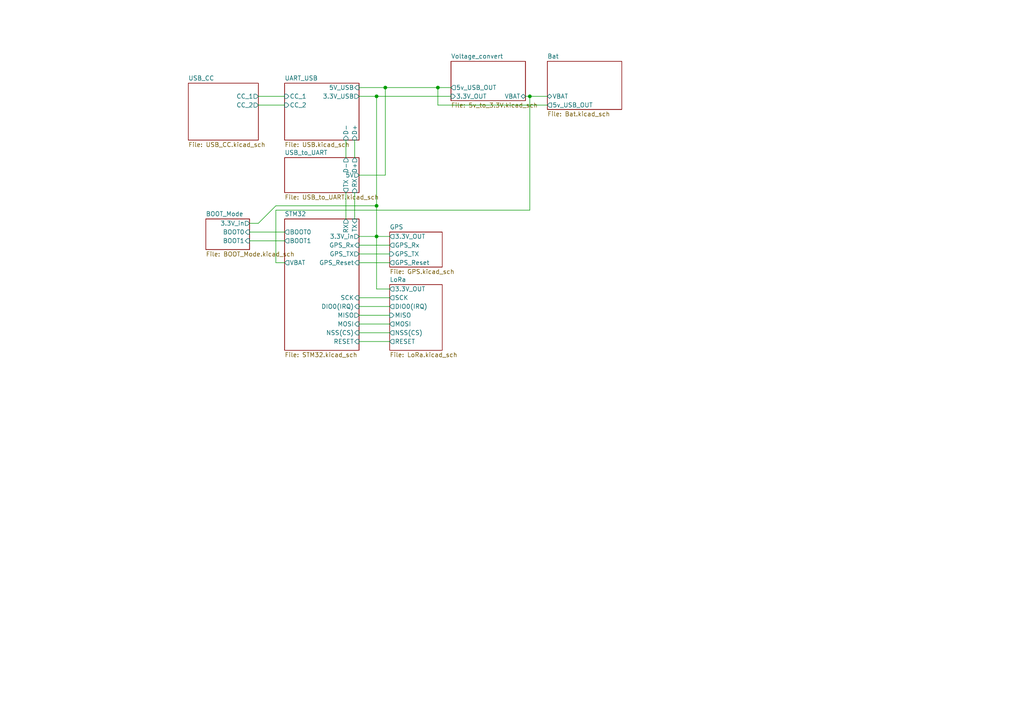
<source format=kicad_sch>
(kicad_sch
	(version 20250114)
	(generator "eeschema")
	(generator_version "9.0")
	(uuid "d400af6c-f61d-4f8b-872f-1b152a1320ea")
	(paper "A4")
	(lib_symbols)
	(junction
		(at 127 25.4)
		(diameter 0)
		(color 0 0 0 0)
		(uuid "2be84249-6782-4cdf-be80-17a0188ea40a")
	)
	(junction
		(at 109.22 27.94)
		(diameter 0)
		(color 0 0 0 0)
		(uuid "a45ddbd9-3d32-49dd-a5c8-715df46b6829")
	)
	(junction
		(at 111.76 25.4)
		(diameter 0)
		(color 0 0 0 0)
		(uuid "a961ce8e-42b3-4ee8-b025-278d4844d368")
	)
	(junction
		(at 153.67 27.94)
		(diameter 0)
		(color 0 0 0 0)
		(uuid "b158818d-c6ae-4811-b978-4e004c60c46f")
	)
	(junction
		(at 109.22 68.58)
		(diameter 0)
		(color 0 0 0 0)
		(uuid "b62cb68e-45e9-4e71-b0f3-9c4729614510")
	)
	(junction
		(at 109.22 59.69)
		(diameter 0)
		(color 0 0 0 0)
		(uuid "c8bda5c8-7c6f-4c71-b46d-bffb7b69465e")
	)
	(wire
		(pts
			(xy 104.14 73.66) (xy 113.03 73.66)
		)
		(stroke
			(width 0)
			(type default)
		)
		(uuid "01b49f48-912f-440b-b646-a44fbd14943a")
	)
	(wire
		(pts
			(xy 104.14 76.2) (xy 113.03 76.2)
		)
		(stroke
			(width 0)
			(type default)
		)
		(uuid "07117e30-1586-41bb-bbff-5b7a48f63efc")
	)
	(wire
		(pts
			(xy 127 25.4) (xy 127 30.48)
		)
		(stroke
			(width 0)
			(type default)
		)
		(uuid "094188ac-f19c-463c-b1a1-e85b820920d3")
	)
	(wire
		(pts
			(xy 109.22 83.82) (xy 113.03 83.82)
		)
		(stroke
			(width 0)
			(type default)
		)
		(uuid "203381f4-9cb5-43a8-abdc-9cbb29b47531")
	)
	(wire
		(pts
			(xy 72.39 64.77) (xy 74.93 64.77)
		)
		(stroke
			(width 0)
			(type default)
		)
		(uuid "3e94f0eb-324d-46eb-8cfb-3b0369bd0d2f")
	)
	(wire
		(pts
			(xy 111.76 25.4) (xy 127 25.4)
		)
		(stroke
			(width 0)
			(type default)
		)
		(uuid "41579f7d-b122-402d-a724-38811771d20b")
	)
	(wire
		(pts
			(xy 127 25.4) (xy 130.81 25.4)
		)
		(stroke
			(width 0)
			(type default)
		)
		(uuid "41ab6f60-ae45-4964-8e28-6c2b64f9209a")
	)
	(wire
		(pts
			(xy 80.01 60.96) (xy 80.01 76.2)
		)
		(stroke
			(width 0)
			(type default)
		)
		(uuid "42870402-b355-4c30-951c-f8da69d0a5f5")
	)
	(wire
		(pts
			(xy 153.67 27.94) (xy 158.75 27.94)
		)
		(stroke
			(width 0)
			(type default)
		)
		(uuid "43b4431a-da7e-468b-b2a4-c5794698e520")
	)
	(wire
		(pts
			(xy 72.39 69.85) (xy 82.55 69.85)
		)
		(stroke
			(width 0)
			(type default)
		)
		(uuid "4e2fe936-8bbb-45f5-aec5-033d89409edf")
	)
	(wire
		(pts
			(xy 104.14 50.8) (xy 111.76 50.8)
		)
		(stroke
			(width 0)
			(type default)
		)
		(uuid "56b5b915-6f76-4874-98e9-cb729a0e303f")
	)
	(wire
		(pts
			(xy 74.93 27.94) (xy 82.55 27.94)
		)
		(stroke
			(width 0)
			(type default)
		)
		(uuid "59906643-f195-4454-adce-9f5a647464ef")
	)
	(wire
		(pts
			(xy 72.39 67.31) (xy 82.55 67.31)
		)
		(stroke
			(width 0)
			(type default)
		)
		(uuid "612ea440-ba38-4747-ac6a-041f36806f54")
	)
	(wire
		(pts
			(xy 100.33 55.88) (xy 100.33 63.5)
		)
		(stroke
			(width 0)
			(type default)
		)
		(uuid "68d94706-9cd8-4d87-a0fd-1f292d02fadf")
	)
	(wire
		(pts
			(xy 104.14 68.58) (xy 109.22 68.58)
		)
		(stroke
			(width 0)
			(type default)
		)
		(uuid "6d53442f-490b-4e7d-8417-b1a0e45d9c0c")
	)
	(wire
		(pts
			(xy 153.67 27.94) (xy 153.67 60.96)
		)
		(stroke
			(width 0)
			(type default)
		)
		(uuid "705364a5-79e4-4004-a30b-3dc5972c934d")
	)
	(wire
		(pts
			(xy 127 30.48) (xy 158.75 30.48)
		)
		(stroke
			(width 0)
			(type default)
		)
		(uuid "7061cb40-f750-47bd-b705-4d2ca60e196d")
	)
	(wire
		(pts
			(xy 109.22 68.58) (xy 109.22 83.82)
		)
		(stroke
			(width 0)
			(type default)
		)
		(uuid "7935cf09-25df-459a-bb43-2aa3a9016bba")
	)
	(wire
		(pts
			(xy 104.14 96.52) (xy 113.03 96.52)
		)
		(stroke
			(width 0)
			(type default)
		)
		(uuid "79580ff3-947c-4de4-838e-b8898f016c30")
	)
	(wire
		(pts
			(xy 104.14 88.9) (xy 113.03 88.9)
		)
		(stroke
			(width 0)
			(type default)
		)
		(uuid "7d5c256a-e3f2-493b-9675-815cc74e0bdb")
	)
	(wire
		(pts
			(xy 104.14 91.44) (xy 113.03 91.44)
		)
		(stroke
			(width 0)
			(type default)
		)
		(uuid "8894eacf-16b1-4b5e-8274-0dd47c813bb8")
	)
	(wire
		(pts
			(xy 102.87 40.64) (xy 102.87 45.72)
		)
		(stroke
			(width 0)
			(type default)
		)
		(uuid "8f3a9834-a13b-42d4-872a-e4a594e0bf1a")
	)
	(wire
		(pts
			(xy 80.01 60.96) (xy 153.67 60.96)
		)
		(stroke
			(width 0)
			(type default)
		)
		(uuid "90077ba9-39df-4370-9877-07f7da23c826")
	)
	(wire
		(pts
			(xy 104.14 86.36) (xy 113.03 86.36)
		)
		(stroke
			(width 0)
			(type default)
		)
		(uuid "9294d5ed-ed67-4099-a7d8-bdf99afbc3b1")
	)
	(wire
		(pts
			(xy 74.93 30.48) (xy 82.55 30.48)
		)
		(stroke
			(width 0)
			(type default)
		)
		(uuid "9a446fb6-9268-4665-a99f-1f484c4fc4d5")
	)
	(wire
		(pts
			(xy 74.93 64.77) (xy 80.01 59.69)
		)
		(stroke
			(width 0)
			(type default)
		)
		(uuid "9dab3fa0-4fba-426e-b63c-c687c946186f")
	)
	(wire
		(pts
			(xy 111.76 25.4) (xy 111.76 50.8)
		)
		(stroke
			(width 0)
			(type default)
		)
		(uuid "acf67662-fa81-4451-9924-9e467cd84554")
	)
	(wire
		(pts
			(xy 104.14 99.06) (xy 113.03 99.06)
		)
		(stroke
			(width 0)
			(type default)
		)
		(uuid "b01d0fbf-e14b-4a8b-b3c5-bbd0b9ea9215")
	)
	(wire
		(pts
			(xy 109.22 27.94) (xy 130.81 27.94)
		)
		(stroke
			(width 0)
			(type default)
		)
		(uuid "b0c6fa9d-51f5-4405-a2f2-2d8371d1e043")
	)
	(wire
		(pts
			(xy 104.14 93.98) (xy 113.03 93.98)
		)
		(stroke
			(width 0)
			(type default)
		)
		(uuid "b0ef516c-e54c-47bf-beac-6dab3d35d644")
	)
	(wire
		(pts
			(xy 109.22 68.58) (xy 113.03 68.58)
		)
		(stroke
			(width 0)
			(type default)
		)
		(uuid "b1130aed-545c-4abf-bee1-175c7e93a0bb")
	)
	(wire
		(pts
			(xy 80.01 76.2) (xy 82.55 76.2)
		)
		(stroke
			(width 0)
			(type default)
		)
		(uuid "bb671224-8648-42a3-a5e8-9a3a81b0b4ef")
	)
	(wire
		(pts
			(xy 80.01 59.69) (xy 109.22 59.69)
		)
		(stroke
			(width 0)
			(type default)
		)
		(uuid "cbeadee4-7dfc-4d50-83b5-048331cab992")
	)
	(wire
		(pts
			(xy 109.22 27.94) (xy 109.22 59.69)
		)
		(stroke
			(width 0)
			(type default)
		)
		(uuid "cea9a58a-c72c-4d7e-9cbe-12dfc2823f03")
	)
	(wire
		(pts
			(xy 109.22 59.69) (xy 109.22 68.58)
		)
		(stroke
			(width 0)
			(type default)
		)
		(uuid "d0a30073-a748-49ef-8b5c-9dcb64dacde8")
	)
	(wire
		(pts
			(xy 104.14 27.94) (xy 109.22 27.94)
		)
		(stroke
			(width 0)
			(type default)
		)
		(uuid "d8fd0529-e8e3-4e5d-bc59-9a70848e3952")
	)
	(wire
		(pts
			(xy 102.87 55.88) (xy 102.87 63.5)
		)
		(stroke
			(width 0)
			(type default)
		)
		(uuid "dc757b3d-50ae-4cfb-8d4d-89a35aca6cd6")
	)
	(wire
		(pts
			(xy 104.14 71.12) (xy 113.03 71.12)
		)
		(stroke
			(width 0)
			(type default)
		)
		(uuid "deff476c-d9dc-4bf5-bf23-bd713d98ba82")
	)
	(wire
		(pts
			(xy 100.33 40.64) (xy 100.33 45.72)
		)
		(stroke
			(width 0)
			(type default)
		)
		(uuid "e525635f-1cec-4f18-b2f9-1199e3de8e35")
	)
	(wire
		(pts
			(xy 104.14 25.4) (xy 111.76 25.4)
		)
		(stroke
			(width 0)
			(type default)
		)
		(uuid "f3f9f194-9f7d-4734-9488-a08d56f53e73")
	)
	(wire
		(pts
			(xy 152.4 27.94) (xy 153.67 27.94)
		)
		(stroke
			(width 0)
			(type default)
		)
		(uuid "fe234dba-aedc-48ad-b053-2be9dbc94598")
	)
	(sheet
		(at 82.55 63.5)
		(size 21.59 38.1)
		(exclude_from_sim no)
		(in_bom yes)
		(on_board yes)
		(dnp no)
		(fields_autoplaced yes)
		(stroke
			(width 0.1524)
			(type solid)
		)
		(fill
			(color 0 0 0 0.0000)
		)
		(uuid "0ae67f6e-4f17-4cbc-bbf5-63c02f98d1d0")
		(property "Sheetname" "STM32"
			(at 82.55 62.7884 0)
			(effects
				(font
					(size 1.27 1.27)
				)
				(justify left bottom)
			)
		)
		(property "Sheetfile" "STM32.kicad_sch"
			(at 82.55 102.1846 0)
			(effects
				(font
					(size 1.27 1.27)
				)
				(justify left top)
			)
		)
		(pin "RX" output
			(at 100.33 63.5 90)
			(uuid "4f873606-8429-4e24-8f7d-b34f4c5d2b86")
			(effects
				(font
					(size 1.27 1.27)
				)
				(justify right)
			)
		)
		(pin "TX" input
			(at 102.87 63.5 90)
			(uuid "775f93dd-39a6-4fe7-9480-cb0a922b5d0d")
			(effects
				(font
					(size 1.27 1.27)
				)
				(justify right)
			)
		)
		(pin "3.3V_in" output
			(at 104.14 68.58 0)
			(uuid "c6977434-fd02-49d2-96ac-96022f959611")
			(effects
				(font
					(size 1.27 1.27)
				)
				(justify right)
			)
		)
		(pin "BOOT1" output
			(at 82.55 69.85 180)
			(uuid "bbd66c1a-bf3f-42c8-a6be-48de07394779")
			(effects
				(font
					(size 1.27 1.27)
				)
				(justify left)
			)
		)
		(pin "BOOT0" output
			(at 82.55 67.31 180)
			(uuid "98307f94-b8e2-4c71-b699-867069b8a7df")
			(effects
				(font
					(size 1.27 1.27)
				)
				(justify left)
			)
		)
		(pin "VBAT" output
			(at 82.55 76.2 180)
			(uuid "338e7620-e538-473a-82e9-3f20d4dffe72")
			(effects
				(font
					(size 1.27 1.27)
				)
				(justify left)
			)
		)
		(pin "GPS_TX" output
			(at 104.14 73.66 0)
			(uuid "0990fa88-26a2-4134-bcf4-f05cd5be3db6")
			(effects
				(font
					(size 1.27 1.27)
				)
				(justify right)
			)
		)
		(pin "RESET" input
			(at 104.14 99.06 0)
			(uuid "58bfca59-8bc4-4170-ae65-8c6dd26d1093")
			(effects
				(font
					(size 1.27 1.27)
				)
				(justify right)
			)
		)
		(pin "GPS_Reset" input
			(at 104.14 76.2 0)
			(uuid "58290172-3829-4933-99ef-d7dee2e323bf")
			(effects
				(font
					(size 1.27 1.27)
				)
				(justify right)
			)
		)
		(pin "MISO" output
			(at 104.14 91.44 0)
			(uuid "8473e805-5c42-4760-b237-cd45acc57c3c")
			(effects
				(font
					(size 1.27 1.27)
				)
				(justify right)
			)
		)
		(pin "NSS(CS)" input
			(at 104.14 96.52 0)
			(uuid "ac8ded8b-aaee-4c6b-97d1-e8fdd5064369")
			(effects
				(font
					(size 1.27 1.27)
				)
				(justify right)
			)
		)
		(pin "GPS_Rx" input
			(at 104.14 71.12 0)
			(uuid "d5152af5-93cb-4a2a-9089-380ed2ea1f5c")
			(effects
				(font
					(size 1.27 1.27)
				)
				(justify right)
			)
		)
		(pin "MOSI" input
			(at 104.14 93.98 0)
			(uuid "639b8717-ed12-4e24-8255-ff3f7dc6744a")
			(effects
				(font
					(size 1.27 1.27)
				)
				(justify right)
			)
		)
		(pin "SCK" input
			(at 104.14 86.36 0)
			(uuid "2d87d7bf-9a48-4434-94b4-af1bbaf9104b")
			(effects
				(font
					(size 1.27 1.27)
				)
				(justify right)
			)
		)
		(pin "DIO0(IRQ)" input
			(at 104.14 88.9 0)
			(uuid "579dae46-d45b-471c-bf23-2b9495f6de4d")
			(effects
				(font
					(size 1.27 1.27)
				)
				(justify right)
			)
		)
		(instances
			(project "FLP_PCB_set"
				(path "/3f8c5218-62bd-4afc-a38b-629e4a961e52/cb21122d-83f9-4f10-9012-eb16f816aa97"
					(page "6")
				)
			)
		)
	)
	(sheet
		(at 54.61 24.13)
		(size 20.32 16.51)
		(exclude_from_sim no)
		(in_bom yes)
		(on_board yes)
		(dnp no)
		(fields_autoplaced yes)
		(stroke
			(width 0.1524)
			(type solid)
		)
		(fill
			(color 0 0 0 0.0000)
		)
		(uuid "2508fd1a-b460-4e54-ae43-854b285e1d14")
		(property "Sheetname" "USB_CC"
			(at 54.61 23.4184 0)
			(effects
				(font
					(size 1.27 1.27)
				)
				(justify left bottom)
			)
		)
		(property "Sheetfile" "USB_CC.kicad_sch"
			(at 54.61 41.2246 0)
			(effects
				(font
					(size 1.27 1.27)
				)
				(justify left top)
			)
		)
		(pin "CC_1" output
			(at 74.93 27.94 0)
			(uuid "46d03252-ef63-4280-90af-f4a6f00dce7c")
			(effects
				(font
					(size 1.27 1.27)
				)
				(justify right)
			)
		)
		(pin "CC_2" output
			(at 74.93 30.48 0)
			(uuid "5aa516ba-054e-4d08-b03a-ed82e0a903c6")
			(effects
				(font
					(size 1.27 1.27)
				)
				(justify right)
			)
		)
		(instances
			(project "FLP_PCB_set"
				(path "/3f8c5218-62bd-4afc-a38b-629e4a961e52/cb21122d-83f9-4f10-9012-eb16f816aa97"
					(page "5")
				)
			)
		)
	)
	(sheet
		(at 113.03 82.55)
		(size 15.24 19.05)
		(exclude_from_sim no)
		(in_bom yes)
		(on_board yes)
		(dnp no)
		(fields_autoplaced yes)
		(stroke
			(width 0.1524)
			(type solid)
		)
		(fill
			(color 0 0 0 0.0000)
		)
		(uuid "3eba69d0-8bea-4ef4-86fc-54dd02157b88")
		(property "Sheetname" "LoRa"
			(at 113.03 81.8384 0)
			(effects
				(font
					(size 1.27 1.27)
				)
				(justify left bottom)
			)
		)
		(property "Sheetfile" "LoRa.kicad_sch"
			(at 113.03 102.1846 0)
			(effects
				(font
					(size 1.27 1.27)
				)
				(justify left top)
			)
		)
		(pin "DIO0(IRQ)" output
			(at 113.03 88.9 180)
			(uuid "902cd08f-8840-4423-b308-760e865dc14a")
			(effects
				(font
					(size 1.27 1.27)
				)
				(justify left)
			)
		)
		(pin "NSS(CS)" output
			(at 113.03 96.52 180)
			(uuid "9a6112e6-8b80-4cb0-a45c-4ad8328db038")
			(effects
				(font
					(size 1.27 1.27)
				)
				(justify left)
			)
		)
		(pin "MISO" input
			(at 113.03 91.44 180)
			(uuid "840caf19-6446-418b-981c-7328bc2a2ab5")
			(effects
				(font
					(size 1.27 1.27)
				)
				(justify left)
			)
		)
		(pin "3.3V_OUT" output
			(at 113.03 83.82 180)
			(uuid "164ce54b-6974-4341-aede-096ab592514d")
			(effects
				(font
					(size 1.27 1.27)
				)
				(justify left)
			)
		)
		(pin "SCK" output
			(at 113.03 86.36 180)
			(uuid "5f16f38d-c1da-42d4-899d-538deccaa0dc")
			(effects
				(font
					(size 1.27 1.27)
				)
				(justify left)
			)
		)
		(pin "RESET" output
			(at 113.03 99.06 180)
			(uuid "608f22a0-8e65-43d7-bdaf-9f1c5de156f4")
			(effects
				(font
					(size 1.27 1.27)
				)
				(justify left)
			)
		)
		(pin "MOSI" output
			(at 113.03 93.98 180)
			(uuid "9e3160a5-8b56-4b76-b675-385a03e15596")
			(effects
				(font
					(size 1.27 1.27)
				)
				(justify left)
			)
		)
		(instances
			(project "FLP_PCB_set"
				(path "/3f8c5218-62bd-4afc-a38b-629e4a961e52/cb21122d-83f9-4f10-9012-eb16f816aa97"
					(page "10")
				)
			)
		)
	)
	(sheet
		(at 59.69 63.5)
		(size 12.7 8.89)
		(exclude_from_sim no)
		(in_bom yes)
		(on_board yes)
		(dnp no)
		(fields_autoplaced yes)
		(stroke
			(width 0.1524)
			(type solid)
		)
		(fill
			(color 0 0 0 0.0000)
		)
		(uuid "93f579ec-9a41-4198-b2c4-9a4e8cc596ea")
		(property "Sheetname" "BOOT_Mode"
			(at 59.69 62.7884 0)
			(effects
				(font
					(size 1.27 1.27)
				)
				(justify left bottom)
			)
		)
		(property "Sheetfile" "BOOT_Mode.kicad_sch"
			(at 59.69 72.9746 0)
			(effects
				(font
					(size 1.27 1.27)
				)
				(justify left top)
			)
		)
		(pin "3.3V_in" output
			(at 72.39 64.77 0)
			(uuid "a6c44f99-a9a2-40c7-88fd-46217da4ec60")
			(effects
				(font
					(size 1.27 1.27)
				)
				(justify right)
			)
		)
		(pin "BOOT0" input
			(at 72.39 67.31 0)
			(uuid "006941bd-fa0d-497b-86fe-6561d1ed9f1e")
			(effects
				(font
					(size 1.27 1.27)
				)
				(justify right)
			)
		)
		(pin "BOOT1" input
			(at 72.39 69.85 0)
			(uuid "cc9de8a4-b9de-4eee-9c9c-8f0f60e86b23")
			(effects
				(font
					(size 1.27 1.27)
				)
				(justify right)
			)
		)
		(instances
			(project "FLP_PCB_set"
				(path "/3f8c5218-62bd-4afc-a38b-629e4a961e52/cb21122d-83f9-4f10-9012-eb16f816aa97"
					(page "12")
				)
			)
		)
	)
	(sheet
		(at 82.55 45.72)
		(size 21.59 10.16)
		(exclude_from_sim no)
		(in_bom yes)
		(on_board yes)
		(dnp no)
		(fields_autoplaced yes)
		(stroke
			(width 0.1524)
			(type solid)
		)
		(fill
			(color 0 0 0 0.0000)
		)
		(uuid "9fc78345-966a-44a3-b601-cea51d8ab616")
		(property "Sheetname" "USB_to_UART"
			(at 82.55 45.0084 0)
			(effects
				(font
					(size 1.27 1.27)
				)
				(justify left bottom)
			)
		)
		(property "Sheetfile" "USB_to_UART.kicad_sch"
			(at 82.55 56.4646 0)
			(effects
				(font
					(size 1.27 1.27)
				)
				(justify left top)
			)
		)
		(pin "D-" output
			(at 100.33 45.72 90)
			(uuid "f196ea29-a0f4-40a5-b6b6-9577f9f762ee")
			(effects
				(font
					(size 1.27 1.27)
				)
				(justify right)
			)
		)
		(pin "5V" output
			(at 104.14 50.8 0)
			(uuid "95107a11-c155-43e3-bb64-43e56c810d64")
			(effects
				(font
					(size 1.27 1.27)
				)
				(justify right)
			)
		)
		(pin "D+" output
			(at 102.87 45.72 90)
			(uuid "7f376c06-ed7c-4f94-9dc4-31cced420c29")
			(effects
				(font
					(size 1.27 1.27)
				)
				(justify right)
			)
		)
		(pin "RX" input
			(at 102.87 55.88 270)
			(uuid "25e367da-6209-4b76-89c8-e6ab5ae81e88")
			(effects
				(font
					(size 1.27 1.27)
				)
				(justify left)
			)
		)
		(pin "TX" output
			(at 100.33 55.88 270)
			(uuid "3650aa1c-c02b-4315-b870-48147277cb26")
			(effects
				(font
					(size 1.27 1.27)
				)
				(justify left)
			)
		)
		(instances
			(project "FLP_PCB_set"
				(path "/3f8c5218-62bd-4afc-a38b-629e4a961e52/cb21122d-83f9-4f10-9012-eb16f816aa97"
					(page "11")
				)
			)
		)
	)
	(sheet
		(at 82.55 24.13)
		(size 21.59 16.51)
		(exclude_from_sim no)
		(in_bom yes)
		(on_board yes)
		(dnp no)
		(fields_autoplaced yes)
		(stroke
			(width 0.1524)
			(type solid)
		)
		(fill
			(color 0 0 0 0.0000)
		)
		(uuid "a453b314-1f32-488d-baa1-e2b591ed45a3")
		(property "Sheetname" "UART_USB"
			(at 82.55 23.4184 0)
			(effects
				(font
					(size 1.27 1.27)
				)
				(justify left bottom)
			)
		)
		(property "Sheetfile" "USB.kicad_sch"
			(at 82.55 41.2246 0)
			(effects
				(font
					(size 1.27 1.27)
				)
				(justify left top)
			)
		)
		(pin "CC_1" input
			(at 82.55 27.94 180)
			(uuid "3f72b571-52cd-44f4-9155-1653175cc6fa")
			(effects
				(font
					(size 1.27 1.27)
				)
				(justify left)
			)
		)
		(pin "CC_2" input
			(at 82.55 30.48 180)
			(uuid "06425a61-782c-4e1f-815a-ee107e49da6a")
			(effects
				(font
					(size 1.27 1.27)
				)
				(justify left)
			)
		)
		(pin "D+" input
			(at 102.87 40.64 270)
			(uuid "5b375cda-6c86-4f11-9ad4-1495520197ca")
			(effects
				(font
					(size 1.27 1.27)
				)
				(justify left)
			)
		)
		(pin "D-" input
			(at 100.33 40.64 270)
			(uuid "14c799bf-4eac-4f00-8abf-4a286a085045")
			(effects
				(font
					(size 1.27 1.27)
				)
				(justify left)
			)
		)
		(pin "5V_USB" input
			(at 104.14 25.4 0)
			(uuid "9aebbf29-3c1d-4cbe-9f05-236abebffae7")
			(effects
				(font
					(size 1.27 1.27)
				)
				(justify right)
			)
		)
		(pin "3.3V_USB" output
			(at 104.14 27.94 0)
			(uuid "3c30dcb2-e682-4a03-a903-a71f4e39be12")
			(effects
				(font
					(size 1.27 1.27)
				)
				(justify right)
			)
		)
		(instances
			(project "FLP_PCB_set"
				(path "/3f8c5218-62bd-4afc-a38b-629e4a961e52/cb21122d-83f9-4f10-9012-eb16f816aa97"
					(page "4")
				)
			)
		)
	)
	(sheet
		(at 130.81 17.78)
		(size 21.59 11.43)
		(exclude_from_sim no)
		(in_bom yes)
		(on_board yes)
		(dnp no)
		(fields_autoplaced yes)
		(stroke
			(width 0.1524)
			(type solid)
		)
		(fill
			(color 0 0 0 0.0000)
		)
		(uuid "ada91f11-1394-4bbf-b7f9-c4d19c7b4248")
		(property "Sheetname" "Voltage_convert"
			(at 130.81 17.0684 0)
			(effects
				(font
					(size 1.27 1.27)
				)
				(justify left bottom)
			)
		)
		(property "Sheetfile" "5v_to_3.3V.kicad_sch"
			(at 130.81 29.7946 0)
			(effects
				(font
					(size 1.27 1.27)
				)
				(justify left top)
			)
		)
		(pin "5v_USB_OUT" output
			(at 130.81 25.4 180)
			(uuid "b6812cf5-76fc-48a2-95cd-63009f82066a")
			(effects
				(font
					(size 1.27 1.27)
				)
				(justify left)
			)
		)
		(pin "VBAT" bidirectional
			(at 152.4 27.94 0)
			(uuid "80af898c-7aa8-4967-b0e7-094329851bf4")
			(effects
				(font
					(size 1.27 1.27)
				)
				(justify right)
			)
		)
		(pin "3.3V_OUT" input
			(at 130.81 27.94 180)
			(uuid "3021d7d5-cb30-4ba5-a78c-dbb17745085e")
			(effects
				(font
					(size 1.27 1.27)
				)
				(justify left)
			)
		)
		(instances
			(project "FLP_PCB_set"
				(path "/3f8c5218-62bd-4afc-a38b-629e4a961e52/cb21122d-83f9-4f10-9012-eb16f816aa97"
					(page "7")
				)
			)
		)
	)
	(sheet
		(at 158.75 17.78)
		(size 21.59 13.97)
		(exclude_from_sim no)
		(in_bom yes)
		(on_board yes)
		(dnp no)
		(fields_autoplaced yes)
		(stroke
			(width 0.1524)
			(type solid)
		)
		(fill
			(color 0 0 0 0.0000)
		)
		(uuid "b5817f9e-7fce-4188-85e5-575d86700cf4")
		(property "Sheetname" "Bat"
			(at 158.75 17.0684 0)
			(effects
				(font
					(size 1.27 1.27)
				)
				(justify left bottom)
			)
		)
		(property "Sheetfile" "Bat.kicad_sch"
			(at 158.75 32.3346 0)
			(effects
				(font
					(size 1.27 1.27)
				)
				(justify left top)
			)
		)
		(pin "5v_USB_OUT" output
			(at 158.75 30.48 180)
			(uuid "537deacf-a139-433b-b07e-7b5418212da2")
			(effects
				(font
					(size 1.27 1.27)
				)
				(justify left)
			)
		)
		(pin "VBAT" bidirectional
			(at 158.75 27.94 180)
			(uuid "6b7a5c1d-70dd-468c-9ea5-4d35fbcf8d5b")
			(effects
				(font
					(size 1.27 1.27)
				)
				(justify left)
			)
		)
		(instances
			(project "FLP_PCB_set"
				(path "/3f8c5218-62bd-4afc-a38b-629e4a961e52/cb21122d-83f9-4f10-9012-eb16f816aa97"
					(page "8")
				)
			)
		)
	)
	(sheet
		(at 113.03 67.31)
		(size 15.24 10.16)
		(exclude_from_sim no)
		(in_bom yes)
		(on_board yes)
		(dnp no)
		(fields_autoplaced yes)
		(stroke
			(width 0.1524)
			(type solid)
		)
		(fill
			(color 0 0 0 0.0000)
		)
		(uuid "d0f0a116-a95e-4434-aa99-e51c1538bd1a")
		(property "Sheetname" "GPS"
			(at 113.03 66.5984 0)
			(effects
				(font
					(size 1.27 1.27)
				)
				(justify left bottom)
			)
		)
		(property "Sheetfile" "GPS.kicad_sch"
			(at 113.03 78.0546 0)
			(effects
				(font
					(size 1.27 1.27)
				)
				(justify left top)
			)
		)
		(pin "GPS_TX" input
			(at 113.03 73.66 180)
			(uuid "269b3f15-3c61-4449-9c47-82001b2d74a2")
			(effects
				(font
					(size 1.27 1.27)
				)
				(justify left)
			)
		)
		(pin "GPS_Rx" output
			(at 113.03 71.12 180)
			(uuid "c5046836-c266-433d-97dd-854b43b21834")
			(effects
				(font
					(size 1.27 1.27)
				)
				(justify left)
			)
		)
		(pin "3.3V_OUT" output
			(at 113.03 68.58 180)
			(uuid "174f230a-04c3-4467-8b13-558feef36671")
			(effects
				(font
					(size 1.27 1.27)
				)
				(justify left)
			)
		)
		(pin "GPS_Reset" output
			(at 113.03 76.2 180)
			(uuid "bda57190-b809-41c2-acd7-1c9b1ebe7ea1")
			(effects
				(font
					(size 1.27 1.27)
				)
				(justify left)
			)
		)
		(instances
			(project "FLP_PCB_set"
				(path "/3f8c5218-62bd-4afc-a38b-629e4a961e52/cb21122d-83f9-4f10-9012-eb16f816aa97"
					(page "9")
				)
			)
		)
	)
)

</source>
